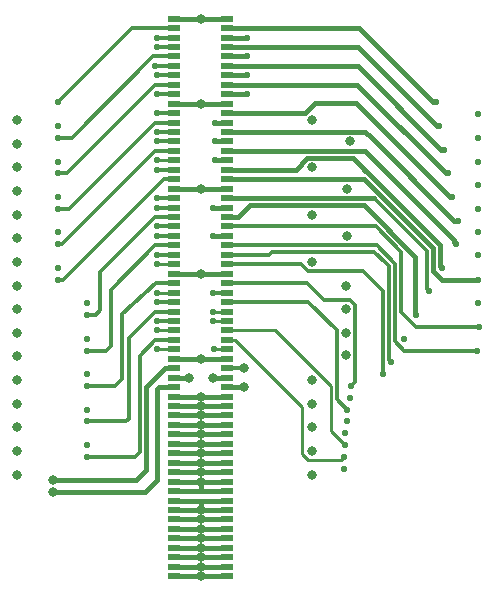
<source format=gbr>
%TF.GenerationSoftware,KiCad,Pcbnew,(5.1.9-0-10_14)*%
%TF.CreationDate,2021-04-19T13:57:32-04:00*%
%TF.ProjectId,backplane-prototype,6261636b-706c-4616-9e65-2d70726f746f,rev?*%
%TF.SameCoordinates,Original*%
%TF.FileFunction,Copper,L4,Bot*%
%TF.FilePolarity,Positive*%
%FSLAX46Y46*%
G04 Gerber Fmt 4.6, Leading zero omitted, Abs format (unit mm)*
G04 Created by KiCad (PCBNEW (5.1.9-0-10_14)) date 2021-04-19 13:57:32*
%MOMM*%
%LPD*%
G01*
G04 APERTURE LIST*
%TA.AperFunction,SMDPad,CuDef*%
%ADD10R,1.100000X0.500000*%
%TD*%
%TA.AperFunction,ViaPad*%
%ADD11C,0.800000*%
%TD*%
%TA.AperFunction,ViaPad*%
%ADD12C,0.558800*%
%TD*%
%TA.AperFunction,Conductor*%
%ADD13C,0.431800*%
%TD*%
%TA.AperFunction,Conductor*%
%ADD14C,0.381000*%
%TD*%
%TA.AperFunction,Conductor*%
%ADD15C,0.279400*%
%TD*%
%TA.AperFunction,Conductor*%
%ADD16C,0.330200*%
%TD*%
G04 APERTURE END LIST*
D10*
%TO.P,J2,1*%
%TO.N,GND*%
X151750000Y-82400000D03*
%TO.P,J2,2*%
X147250000Y-82400000D03*
%TO.P,J2,3*%
%TO.N,/BCH0*%
X151750000Y-83200000D03*
%TO.P,J2,4*%
%TO.N,/CH0*%
X147250000Y-83200000D03*
%TO.P,J2,5*%
%TO.N,/BCH1*%
X151750000Y-84000000D03*
%TO.P,J2,6*%
%TO.N,/CH1*%
X147250000Y-84000000D03*
%TO.P,J2,7*%
%TO.N,/BCH2*%
X151750000Y-84800000D03*
%TO.P,J2,8*%
%TO.N,/CH2*%
X147250000Y-84800000D03*
%TO.P,J2,9*%
%TO.N,/BCH3*%
X151750000Y-85600000D03*
%TO.P,J2,10*%
%TO.N,/CH3*%
X147250000Y-85600000D03*
%TO.P,J2,11*%
%TO.N,/BCH4*%
X151750000Y-86400000D03*
%TO.P,J2,12*%
%TO.N,/CH4*%
X147250000Y-86400000D03*
%TO.P,J2,13*%
%TO.N,/BCH5*%
X151750000Y-87200000D03*
%TO.P,J2,14*%
%TO.N,/CH5*%
X147250000Y-87200000D03*
%TO.P,J2,15*%
%TO.N,/BCH6*%
X151750000Y-88000000D03*
%TO.P,J2,16*%
%TO.N,/CH6*%
X147250000Y-88000000D03*
%TO.P,J2,17*%
%TO.N,/BCH7*%
X151750000Y-88800000D03*
%TO.P,J2,18*%
%TO.N,/CH7*%
X147250000Y-88800000D03*
%TO.P,J2,19*%
%TO.N,GND*%
X151750000Y-89600000D03*
%TO.P,J2,20*%
X147250000Y-89600000D03*
%TO.P,J2,21*%
%TO.N,/BCH8*%
X151750000Y-90400000D03*
%TO.P,J2,22*%
%TO.N,/CH8*%
X147250000Y-90400000D03*
%TO.P,J2,23*%
%TO.N,/BCH9*%
X151750000Y-91200000D03*
%TO.P,J2,24*%
%TO.N,/CH9*%
X147250000Y-91200000D03*
%TO.P,J2,25*%
%TO.N,/BCH10*%
X151750000Y-92000000D03*
%TO.P,J2,26*%
%TO.N,/CH10*%
X147250000Y-92000000D03*
%TO.P,J2,27*%
%TO.N,/BCH11*%
X151750000Y-92800000D03*
%TO.P,J2,28*%
%TO.N,/CH11*%
X147250000Y-92800000D03*
%TO.P,J2,29*%
%TO.N,/BCH12*%
X151750000Y-93600000D03*
%TO.P,J2,30*%
%TO.N,/CH12*%
X147250000Y-93600000D03*
%TO.P,J2,31*%
%TO.N,/BCH13*%
X151750000Y-94400000D03*
%TO.P,J2,32*%
%TO.N,/CH13*%
X147250000Y-94400000D03*
%TO.P,J2,33*%
%TO.N,/BCH14*%
X151750000Y-95200000D03*
%TO.P,J2,34*%
%TO.N,/CH14*%
X147250000Y-95200000D03*
%TO.P,J2,35*%
%TO.N,/BCH15*%
X151750000Y-96000000D03*
%TO.P,J2,36*%
%TO.N,/CH15*%
X147250000Y-96000000D03*
%TO.P,J2,37*%
%TO.N,GND*%
X151750000Y-96800000D03*
%TO.P,J2,38*%
X147250000Y-96800000D03*
%TO.P,J2,39*%
%TO.N,/BCH16*%
X151750000Y-97600000D03*
%TO.P,J2,40*%
%TO.N,/CH16*%
X147250000Y-97600000D03*
%TO.P,J2,41*%
%TO.N,/BCH17*%
X151750000Y-98400000D03*
%TO.P,J2,42*%
%TO.N,/CH17*%
X147250000Y-98400000D03*
%TO.P,J2,43*%
%TO.N,/BCH18*%
X151750000Y-99200000D03*
%TO.P,J2,44*%
%TO.N,/CH18*%
X147250000Y-99200000D03*
%TO.P,J2,45*%
%TO.N,/BCH19*%
X151750000Y-100000000D03*
%TO.P,J2,46*%
%TO.N,/CH19*%
X147250000Y-100000000D03*
%TO.P,J2,47*%
%TO.N,/BCH20*%
X151750000Y-100800000D03*
%TO.P,J2,48*%
%TO.N,/CH20*%
X147250000Y-100800000D03*
%TO.P,J2,49*%
%TO.N,/BCH21*%
X151750000Y-101600000D03*
%TO.P,J2,50*%
%TO.N,/CH21*%
X147250000Y-101600000D03*
%TO.P,J2,51*%
%TO.N,/BCH22*%
X151750000Y-102400000D03*
%TO.P,J2,52*%
%TO.N,/CH22*%
X147250000Y-102400000D03*
%TO.P,J2,53*%
%TO.N,/BCH23*%
X151750000Y-103200000D03*
%TO.P,J2,54*%
%TO.N,/CH23*%
X147250000Y-103200000D03*
%TO.P,J2,55*%
%TO.N,GND*%
X151750000Y-104000000D03*
%TO.P,J2,56*%
X147250000Y-104000000D03*
%TO.P,J2,57*%
%TO.N,/BCH24*%
X151750000Y-104800000D03*
%TO.P,J2,58*%
%TO.N,/CH24*%
X147250000Y-104800000D03*
%TO.P,J2,59*%
%TO.N,/BCH25*%
X151750000Y-105600000D03*
%TO.P,J2,60*%
%TO.N,/CH25*%
X147250000Y-105600000D03*
%TO.P,J2,61*%
%TO.N,/BCH26*%
X151750000Y-106400000D03*
%TO.P,J2,62*%
%TO.N,/CH26*%
X147250000Y-106400000D03*
%TO.P,J2,63*%
%TO.N,/BCH27*%
X151750000Y-107200000D03*
%TO.P,J2,64*%
%TO.N,/CH27*%
X147250000Y-107200000D03*
%TO.P,J2,65*%
%TO.N,/BCH28*%
X151750000Y-108000000D03*
%TO.P,J2,66*%
%TO.N,/CH28*%
X147250000Y-108000000D03*
%TO.P,J2,67*%
%TO.N,/BCH29*%
X151750000Y-108800000D03*
%TO.P,J2,68*%
%TO.N,/CH29*%
X147250000Y-108800000D03*
%TO.P,J2,69*%
%TO.N,/BCH30*%
X151750000Y-109600000D03*
%TO.P,J2,70*%
%TO.N,/CH30*%
X147250000Y-109600000D03*
%TO.P,J2,71*%
%TO.N,/BCH31*%
X151750000Y-110400000D03*
%TO.P,J2,72*%
%TO.N,/CH31*%
X147250000Y-110400000D03*
%TO.P,J2,73*%
%TO.N,GND*%
X151750000Y-111200000D03*
%TO.P,J2,74*%
X147250000Y-111200000D03*
%TO.P,J2,75*%
%TO.N,/BIAS3*%
X151750000Y-112000000D03*
%TO.P,J2,76*%
%TO.N,/BIAS1*%
X147250000Y-112000000D03*
%TO.P,J2,77*%
%TO.N,/OUT*%
X151750000Y-112800000D03*
%TO.P,J2,78*%
%TO.N,/VDD*%
X147250000Y-112800000D03*
%TO.P,J2,79*%
%TO.N,/BIAS4*%
X151750000Y-113600000D03*
%TO.P,J2,80*%
%TO.N,/BIAS2*%
X147250000Y-113600000D03*
%TO.P,J2,81*%
%TO.N,GND*%
X151750000Y-114400000D03*
%TO.P,J2,82*%
X147250000Y-114400000D03*
%TO.P,J2,83*%
X151750000Y-115200000D03*
%TO.P,J2,84*%
X147250000Y-115200000D03*
%TO.P,J2,85*%
X151750000Y-116000000D03*
%TO.P,J2,86*%
X147250000Y-116000000D03*
%TO.P,J2,87*%
X151750000Y-116800000D03*
%TO.P,J2,88*%
X147250000Y-116800000D03*
%TO.P,J2,89*%
X151750000Y-117600000D03*
%TO.P,J2,90*%
X147250000Y-117600000D03*
%TO.P,J2,91*%
X151750000Y-118400000D03*
%TO.P,J2,92*%
X147250000Y-118400000D03*
%TO.P,J2,93*%
X151750000Y-119200000D03*
%TO.P,J2,94*%
X147250000Y-119200000D03*
%TO.P,J2,95*%
X151750000Y-120000000D03*
%TO.P,J2,96*%
X147250000Y-120000000D03*
%TO.P,J2,97*%
X151750000Y-120800000D03*
%TO.P,J2,98*%
X147250000Y-120800000D03*
%TO.P,J2,99*%
X151750000Y-121600000D03*
%TO.P,J2,100*%
X147250000Y-121600000D03*
%TO.P,J2,101*%
X151750000Y-122400000D03*
%TO.P,J2,102*%
X147250000Y-122400000D03*
%TO.P,J2,103*%
X151750000Y-123200000D03*
%TO.P,J2,104*%
X147250000Y-123200000D03*
%TO.P,J2,105*%
X151750000Y-124000000D03*
%TO.P,J2,106*%
X147250000Y-124000000D03*
%TO.P,J2,107*%
X151750000Y-124800000D03*
%TO.P,J2,108*%
X147250000Y-124800000D03*
%TO.P,J2,109*%
X151750000Y-125600000D03*
%TO.P,J2,110*%
X147250000Y-125600000D03*
%TO.P,J2,111*%
X151750000Y-126400000D03*
%TO.P,J2,112*%
X147250000Y-126400000D03*
%TO.P,J2,113*%
X151750000Y-127200000D03*
%TO.P,J2,114*%
X147250000Y-127200000D03*
%TO.P,J2,115*%
X151750000Y-128000000D03*
%TO.P,J2,116*%
X147250000Y-128000000D03*
%TO.P,J2,117*%
X151750000Y-128800000D03*
%TO.P,J2,118*%
X147250000Y-128800000D03*
%TO.P,J2,119*%
X151750000Y-129600000D03*
%TO.P,J2,120*%
X147250000Y-129600000D03*
%TD*%
D11*
%TO.N,/BIAS2*%
X137000000Y-122500000D03*
%TO.N,/OUT*%
X150500000Y-112800000D03*
%TO.N,GND*%
X149500000Y-82400000D03*
X149500000Y-89600000D03*
X149500000Y-96800000D03*
X149500000Y-104000000D03*
X149500000Y-111200000D03*
X149500000Y-114400000D03*
X149500000Y-115200000D03*
X149500000Y-116000000D03*
X149500000Y-116800000D03*
X149500000Y-117600000D03*
X149500000Y-118400000D03*
X149500000Y-119200000D03*
X149500000Y-120000000D03*
X149500000Y-126400000D03*
X149500000Y-124800000D03*
X149500000Y-125600000D03*
X149500000Y-124000000D03*
X149500000Y-120800000D03*
X149500000Y-121600000D03*
X149500000Y-128000000D03*
X149500000Y-129600000D03*
X149500000Y-127200000D03*
X149500000Y-128800000D03*
X158900000Y-91000000D03*
X158900000Y-95000000D03*
X158900000Y-99000000D03*
X158900000Y-103000000D03*
X158900000Y-119000000D03*
X158900000Y-121000000D03*
X133900000Y-121000000D03*
X133900000Y-119000000D03*
X133900000Y-117000000D03*
X133900000Y-115000000D03*
X133900000Y-113000000D03*
X133900000Y-111000000D03*
X133900000Y-109000000D03*
X133900000Y-107000000D03*
X133900000Y-105000000D03*
X133900000Y-103000000D03*
X133900000Y-101000000D03*
X133900000Y-99000000D03*
X133900000Y-97000000D03*
X133900000Y-95000000D03*
X133900000Y-93000000D03*
X133900000Y-91000000D03*
X162100000Y-92800000D03*
X161900000Y-96800000D03*
X161900000Y-100800000D03*
X161800000Y-107000000D03*
X161800000Y-109000000D03*
X158900000Y-113000000D03*
X158900000Y-115000000D03*
X158900000Y-117000000D03*
X161800000Y-110900000D03*
X161800000Y-105000000D03*
%TO.N,/VDD*%
X148500000Y-112800000D03*
D12*
%TO.N,/CH31*%
X145800000Y-110400000D03*
%TO.N,/CH30*%
X139900000Y-119500000D03*
%TO.N,/CH29*%
X145800000Y-108800000D03*
X139900000Y-118500000D03*
%TO.N,/CH28*%
X145800000Y-108000000D03*
%TO.N,/CH27*%
X139900000Y-116500000D03*
%TO.N,/CH26*%
X139900000Y-115500000D03*
X145800000Y-106400000D03*
%TO.N,/CH25*%
X145800000Y-105600000D03*
%TO.N,/CH24*%
X139900000Y-113500000D03*
%TO.N,/CH23*%
X145800000Y-103200000D03*
X139900000Y-112500000D03*
%TO.N,/CH22*%
X145800000Y-102400000D03*
%TO.N,/CH21*%
X139900000Y-110500000D03*
%TO.N,/CH20*%
X139900000Y-109500000D03*
X145800000Y-100800000D03*
%TO.N,/CH19*%
X145800000Y-100000000D03*
%TO.N,/CH18*%
X139900000Y-107500000D03*
%TO.N,/CH17*%
X145800000Y-98400000D03*
X139900000Y-106500000D03*
%TO.N,/CH16*%
X145800000Y-97600000D03*
%TO.N,/CH15*%
X137400000Y-104500000D03*
%TO.N,/CH14*%
X145800000Y-95200000D03*
X137400000Y-103500000D03*
%TO.N,/CH13*%
X145800000Y-94400000D03*
%TO.N,/CH12*%
X137400000Y-101500000D03*
%TO.N,/CH11*%
X145800000Y-92800000D03*
X137400000Y-100500000D03*
%TO.N,/CH10*%
X145800000Y-92000000D03*
%TO.N,/CH9*%
X137400000Y-98500000D03*
%TO.N,/CH8*%
X145800000Y-90400000D03*
X137400000Y-97500000D03*
%TO.N,/CH7*%
X145800000Y-88800000D03*
%TO.N,/CH6*%
X137400000Y-95500000D03*
%TO.N,/CH5*%
X145800000Y-87200000D03*
X137400000Y-94500000D03*
%TO.N,/CH4*%
X145646138Y-86400000D03*
%TO.N,/CH3*%
X137400000Y-92500000D03*
%TO.N,/CH2*%
X145800000Y-84800000D03*
X137400000Y-91500000D03*
%TO.N,/CH1*%
X145800000Y-84000000D03*
D11*
%TO.N,/BIAS1*%
X137000000Y-121500000D03*
D12*
%TO.N,/CH0*%
X137400000Y-89500000D03*
%TO.N,/BCH0*%
X169400000Y-89500000D03*
%TO.N,/BCH1*%
X173000000Y-90500000D03*
X153400000Y-84000000D03*
%TO.N,/BCH2*%
X169700000Y-91500000D03*
%TO.N,/BCH3*%
X173000000Y-92500000D03*
X153400000Y-85600000D03*
%TO.N,/BCH4*%
X170100000Y-93500000D03*
%TO.N,/BCH5*%
X173000000Y-94500000D03*
X153400000Y-87200000D03*
%TO.N,/BCH6*%
X170400000Y-95500000D03*
%TO.N,/BCH7*%
X173000000Y-96500000D03*
X153400000Y-88800000D03*
%TO.N,/BCH8*%
X170800000Y-97500000D03*
%TO.N,/BCH9*%
X150700000Y-91200000D03*
X173000000Y-98500000D03*
%TO.N,/BCH10*%
X171271461Y-99528539D03*
%TO.N,/BCH11*%
X150700000Y-92800000D03*
X173000000Y-100500000D03*
%TO.N,/BCH12*%
X171100000Y-101500000D03*
%TO.N,/BCH13*%
X150700000Y-94400000D03*
X173000000Y-102400000D03*
%TO.N,/BCH14*%
X169900000Y-103500000D03*
%TO.N,/BCH15*%
X173000000Y-104500000D03*
%TO.N,/BCH16*%
X168800000Y-105500000D03*
%TO.N,/BCH17*%
X173000000Y-106500000D03*
X150500000Y-98400000D03*
%TO.N,/BCH18*%
X167700000Y-107500000D03*
%TO.N,/BCH19*%
X173100000Y-108500000D03*
%TO.N,/BCH20*%
X166700000Y-109500000D03*
X150500000Y-100800000D03*
%TO.N,/BCH21*%
X172900000Y-110500000D03*
%TO.N,/BCH22*%
X165600000Y-111500000D03*
%TO.N,/BCH23*%
X164900000Y-112500000D03*
%TO.N,/BCH24*%
X162200000Y-113500000D03*
%TO.N,/BCH25*%
X162100000Y-114500000D03*
X150500000Y-105600000D03*
%TO.N,/BCH26*%
X161900000Y-115500000D03*
%TO.N,/BCH27*%
X161900000Y-116500000D03*
X150500000Y-107200000D03*
%TO.N,/BCH28*%
X161700000Y-117500000D03*
X150500000Y-108000000D03*
%TO.N,/BCH29*%
X161700000Y-118500000D03*
%TO.N,/BCH30*%
X161600000Y-119500000D03*
%TO.N,/BCH31*%
X161600000Y-120500000D03*
X150600000Y-110400000D03*
D11*
%TO.N,/BIAS3*%
X153200000Y-112000000D03*
%TO.N,/BIAS4*%
X153200000Y-113600000D03*
%TD*%
D13*
%TO.N,/BIAS2*%
X146000000Y-113600000D02*
X147250000Y-113600000D01*
X145800000Y-113800000D02*
X146000000Y-113600000D01*
X145800000Y-121500000D02*
X145800000Y-113800000D01*
X144800000Y-122500000D02*
X145800000Y-121500000D01*
X137000000Y-122500000D02*
X144800000Y-122500000D01*
D14*
%TO.N,/OUT*%
X151750000Y-112800000D02*
X150500000Y-112800000D01*
D13*
%TO.N,GND*%
X147250000Y-82400000D02*
X149500000Y-82400000D01*
X149500000Y-82400000D02*
X151750000Y-82400000D01*
X147250000Y-89600000D02*
X149500000Y-89600000D01*
X149500000Y-89600000D02*
X151750000Y-89600000D01*
X149500000Y-96800000D02*
X151750000Y-96800000D01*
X147250000Y-96800000D02*
X149500000Y-96800000D01*
X147250000Y-104000000D02*
X149500000Y-104000000D01*
X149500000Y-104000000D02*
X151750000Y-104000000D01*
X147250000Y-111200000D02*
X149500000Y-111200000D01*
X149500000Y-111200000D02*
X151750000Y-111200000D01*
X147250000Y-114400000D02*
X149500000Y-114400000D01*
X149500000Y-114400000D02*
X151750000Y-114400000D01*
X147250000Y-115200000D02*
X149500000Y-115200000D01*
X149500000Y-115200000D02*
X151750000Y-115200000D01*
X147250000Y-116000000D02*
X149500000Y-116000000D01*
X147250000Y-116800000D02*
X149500000Y-116800000D01*
X149500000Y-116000000D02*
X151750000Y-116000000D01*
X149500000Y-116800000D02*
X151750000Y-116800000D01*
X147250000Y-117600000D02*
X149500000Y-117600000D01*
X147250000Y-118400000D02*
X149500000Y-118400000D01*
X149500000Y-117600000D02*
X151750000Y-117600000D01*
X149500000Y-118400000D02*
X151750000Y-118400000D01*
X149500000Y-120000000D02*
X151750000Y-120000000D01*
X147250000Y-119200000D02*
X149500000Y-119200000D01*
X149500000Y-119200000D02*
X151750000Y-119200000D01*
X147250000Y-120000000D02*
X149500000Y-120000000D01*
X147250000Y-125600000D02*
X149500000Y-125600000D01*
X149500000Y-125600000D02*
X151750000Y-125600000D01*
X147250000Y-126400000D02*
X149500000Y-126400000D01*
X149500000Y-124000000D02*
X151750000Y-124000000D01*
X149500000Y-126400000D02*
X151750000Y-126400000D01*
X149500000Y-124800000D02*
X151750000Y-124800000D01*
X147250000Y-124800000D02*
X149500000Y-124800000D01*
X147250000Y-124000000D02*
X149500000Y-124000000D01*
X147250000Y-120800000D02*
X149500000Y-120800000D01*
X147250000Y-121600000D02*
X149500000Y-121600000D01*
X149500000Y-120800000D02*
X151750000Y-120800000D01*
X149500000Y-121600000D02*
X151750000Y-121600000D01*
X149500000Y-123200000D02*
X151750000Y-123200000D01*
X147250000Y-122400000D02*
X149500000Y-122400000D01*
X149500000Y-122400000D02*
X151750000Y-122400000D01*
X147250000Y-123200000D02*
X149500000Y-123200000D01*
X147250000Y-129600000D02*
X149500000Y-129600000D01*
X149500000Y-127200000D02*
X151750000Y-127200000D01*
X147250000Y-128800000D02*
X149500000Y-128800000D01*
X149500000Y-128800000D02*
X151750000Y-128800000D01*
X147250000Y-128000000D02*
X149500000Y-128000000D01*
X147250000Y-127200000D02*
X149500000Y-127200000D01*
X149500000Y-129600000D02*
X151750000Y-129600000D01*
X149500000Y-128000000D02*
X151750000Y-128000000D01*
X149500000Y-122400000D02*
X149500000Y-121600000D01*
X149500000Y-123200000D02*
X149500000Y-124000000D01*
D14*
%TO.N,/VDD*%
X147250000Y-112800000D02*
X148500000Y-112800000D01*
D15*
%TO.N,/CH31*%
X147250000Y-110400000D02*
X145800000Y-110400000D01*
X145800000Y-110400000D02*
X145800000Y-110400000D01*
D16*
%TO.N,/CH30*%
X145646138Y-109600000D02*
X144318990Y-110927148D01*
X147250000Y-109600000D02*
X145646138Y-109600000D01*
X144318990Y-110927148D02*
X144318990Y-119081010D01*
X143900000Y-119500000D02*
X139900000Y-119500000D01*
X144318990Y-119081010D02*
X143900000Y-119500000D01*
D15*
%TO.N,/CH29*%
X147250000Y-108800000D02*
X145800000Y-108800000D01*
X145800000Y-108800000D02*
X145800000Y-108800000D01*
D16*
%TO.N,/CH28*%
X147250000Y-108000000D02*
X145800000Y-108000000D01*
%TO.N,/CH27*%
X145646138Y-107200000D02*
X143400000Y-109446138D01*
X147250000Y-107200000D02*
X145646138Y-107200000D01*
X143400000Y-109446138D02*
X143400000Y-116300000D01*
X143400000Y-116300000D02*
X143200000Y-116500000D01*
X143200000Y-116500000D02*
X139900000Y-116500000D01*
X139900000Y-116500000D02*
X139900000Y-116500000D01*
%TO.N,/CH26*%
X147250000Y-106400000D02*
X145800000Y-106400000D01*
X145800000Y-106400000D02*
X145800000Y-106400000D01*
D15*
%TO.N,/CH25*%
X147250000Y-105600000D02*
X145800000Y-105600000D01*
X145800000Y-105600000D02*
X145800000Y-105600000D01*
D16*
%TO.N,/CH24*%
X145700000Y-104800000D02*
X142800000Y-107400000D01*
X147250000Y-104800000D02*
X145700000Y-104800000D01*
X142200000Y-113500000D02*
X142800000Y-112900000D01*
X142100000Y-113500000D02*
X139900000Y-113500000D01*
X142100000Y-113500000D02*
X142200000Y-113500000D01*
X142800000Y-107400000D02*
X142800000Y-112900000D01*
D15*
%TO.N,/CH23*%
X147250000Y-103200000D02*
X145800000Y-103200000D01*
X145800000Y-103200000D02*
X145800000Y-103200000D01*
D16*
%TO.N,/CH22*%
X147250000Y-102400000D02*
X145800000Y-102400000D01*
X145800000Y-102400000D02*
X145800000Y-102400000D01*
%TO.N,/CH21*%
X145646138Y-101600000D02*
X147250000Y-101600000D01*
X141897627Y-110097627D02*
X141869790Y-105376348D01*
X141869790Y-105376348D02*
X145646138Y-101600000D01*
X141495254Y-110500000D02*
X141897627Y-110097627D01*
X139900000Y-110500000D02*
X141495254Y-110500000D01*
%TO.N,/CH20*%
X145900000Y-100800000D02*
X145900000Y-100800000D01*
X147250000Y-100800000D02*
X145800000Y-100800000D01*
%TO.N,/CH19*%
X147250000Y-100000000D02*
X145800000Y-100000000D01*
X145800000Y-100000000D02*
X145800000Y-100000000D01*
%TO.N,/CH18*%
X145646138Y-99200000D02*
X147250000Y-99200000D01*
X141000000Y-103842857D02*
X145646138Y-99200000D01*
X140600000Y-107500000D02*
X141000000Y-107100000D01*
X141000000Y-107100000D02*
X141000000Y-103842857D01*
X139900000Y-107500000D02*
X140600000Y-107500000D01*
%TO.N,/CH17*%
X147250000Y-98400000D02*
X145800000Y-98400000D01*
X145800000Y-98400000D02*
X145800000Y-98400000D01*
%TO.N,/CH16*%
X147250000Y-97600000D02*
X145800000Y-97600000D01*
%TO.N,/CH15*%
X146353862Y-96000000D02*
X147250000Y-96000000D01*
X137853862Y-104500000D02*
X146353862Y-96000000D01*
X137400000Y-104500000D02*
X137853862Y-104500000D01*
%TO.N,/CH14*%
X147250000Y-95200000D02*
X145800000Y-95200000D01*
D15*
%TO.N,/CH13*%
X147250000Y-94400000D02*
X145800000Y-94400000D01*
X145800000Y-94400000D02*
X145800000Y-94400000D01*
D16*
%TO.N,/CH12*%
X145646138Y-93600000D02*
X137746138Y-101500000D01*
X147250000Y-93600000D02*
X145646138Y-93600000D01*
X137746138Y-101500000D02*
X137400000Y-101500000D01*
X137400000Y-101500000D02*
X137400000Y-101500000D01*
%TO.N,/CH11*%
X147250000Y-92800000D02*
X145800000Y-92800000D01*
X145800000Y-92800000D02*
X145800000Y-92800000D01*
%TO.N,/CH10*%
X147250000Y-92000000D02*
X145800000Y-92000000D01*
%TO.N,/CH9*%
X145646138Y-91200000D02*
X138346138Y-98500000D01*
X147250000Y-91200000D02*
X145646138Y-91200000D01*
X138346138Y-98500000D02*
X137400000Y-98500000D01*
X137400000Y-98500000D02*
X137400000Y-98500000D01*
%TO.N,/CH8*%
X147250000Y-90400000D02*
X145800000Y-90400000D01*
X145800000Y-90400000D02*
X145800000Y-90400000D01*
%TO.N,/CH7*%
X147250000Y-88800000D02*
X145800000Y-88800000D01*
X145800000Y-88800000D02*
X145800000Y-88800000D01*
%TO.N,/CH6*%
X145646138Y-88000000D02*
X138146138Y-95500000D01*
X147250000Y-88000000D02*
X145646138Y-88000000D01*
X138146138Y-95500000D02*
X137400000Y-95500000D01*
X137400000Y-95500000D02*
X137400000Y-95500000D01*
%TO.N,/CH5*%
X147250000Y-87200000D02*
X145800000Y-87200000D01*
X145800000Y-87200000D02*
X145800000Y-87200000D01*
%TO.N,/CH4*%
X147250000Y-86400000D02*
X145646138Y-86400000D01*
%TO.N,/CH3*%
X145492276Y-85600000D02*
X138592276Y-92500000D01*
X147250000Y-85600000D02*
X145492276Y-85600000D01*
X138592276Y-92500000D02*
X137400000Y-92500000D01*
X137400000Y-92500000D02*
X137400000Y-92500000D01*
%TO.N,/CH2*%
X147250000Y-84800000D02*
X145800000Y-84800000D01*
X145800000Y-84800000D02*
X145800000Y-84800000D01*
%TO.N,/CH1*%
X147250000Y-84000000D02*
X145800000Y-84000000D01*
D13*
%TO.N,/BIAS1*%
X146501378Y-112000000D02*
X144900000Y-113601378D01*
X147250000Y-112000000D02*
X146501378Y-112000000D01*
X144900000Y-113601378D02*
X144900000Y-120600000D01*
X144900000Y-120600000D02*
X144000000Y-121500000D01*
X144000000Y-121500000D02*
X137000000Y-121500000D01*
D16*
%TO.N,/CH0*%
X143700000Y-83200000D02*
X137400000Y-89500000D01*
X147250000Y-83200000D02*
X143700000Y-83200000D01*
D14*
%TO.N,/BCH0*%
X169400000Y-89500000D02*
X169400000Y-89500000D01*
X169200000Y-89500000D02*
X169400000Y-89500000D01*
X162900000Y-83200000D02*
X169200000Y-89500000D01*
X151750000Y-83200000D02*
X162900000Y-83200000D01*
%TO.N,/BCH1*%
X151750000Y-84000000D02*
X153400000Y-84000000D01*
X153400000Y-84000000D02*
X153400000Y-84000000D01*
%TO.N,/BCH2*%
X151750000Y-84800000D02*
X162816297Y-84800000D01*
X162816297Y-84800000D02*
X169516297Y-91500000D01*
X169516297Y-91500000D02*
X169700000Y-91500000D01*
X169700000Y-91500000D02*
X169700000Y-91500000D01*
%TO.N,/BCH3*%
X151750000Y-85600000D02*
X153400000Y-85600000D01*
X153400000Y-85600000D02*
X153400000Y-85600000D01*
%TO.N,/BCH4*%
X151750000Y-86400000D02*
X162772953Y-86400000D01*
X162772953Y-86400000D02*
X169872953Y-93500000D01*
X169872953Y-93500000D02*
X170100000Y-93500000D01*
X170100000Y-93500000D02*
X170100000Y-93500000D01*
%TO.N,/BCH5*%
X151750000Y-87200000D02*
X153400000Y-87200000D01*
%TO.N,/BCH6*%
X170400000Y-95500000D02*
X170400000Y-95500000D01*
X170229609Y-95500000D02*
X170400000Y-95500000D01*
X162729609Y-88000000D02*
X170229609Y-95500000D01*
X151750000Y-88000000D02*
X162729609Y-88000000D01*
%TO.N,/BCH7*%
X151750000Y-88800000D02*
X153400000Y-88800000D01*
%TO.N,/BCH8*%
X170800000Y-97500000D02*
X170586265Y-97500000D01*
X162605893Y-89519629D02*
X164993132Y-91906868D01*
X164993132Y-91906868D02*
X163486265Y-90400000D01*
X170586265Y-97500000D02*
X164993132Y-91906868D01*
X158330058Y-90400000D02*
X159210429Y-89519629D01*
X159210429Y-89519629D02*
X162605893Y-89519629D01*
X151750000Y-90400000D02*
X158330058Y-90400000D01*
%TO.N,/BCH9*%
X151750000Y-91200000D02*
X150700000Y-91200000D01*
X150700000Y-91200000D02*
X150700000Y-91200000D01*
%TO.N,/BCH10*%
X151750000Y-92000000D02*
X163442921Y-92000000D01*
X163442921Y-92000000D02*
X163880903Y-92437982D01*
X163880903Y-92437982D02*
X170971460Y-99528539D01*
X170971460Y-99528539D02*
X171271461Y-99528539D01*
X171271461Y-99528539D02*
X171271461Y-99528539D01*
%TO.N,/BCH11*%
X151750000Y-92800000D02*
X150700000Y-92800000D01*
X150700000Y-92800000D02*
X150700000Y-92800000D01*
%TO.N,/BCH12*%
X171100000Y-101500000D02*
X171100000Y-101500000D01*
X170919479Y-101319479D02*
X171100000Y-101500000D01*
X170919479Y-101119902D02*
X170919479Y-101319479D01*
X163399578Y-93600000D02*
X170919479Y-101119902D01*
X151750000Y-93600000D02*
X163399578Y-93600000D01*
%TO.N,/BCH13*%
X151750000Y-94400000D02*
X150700000Y-94400000D01*
X150700000Y-94400000D02*
X150700000Y-94400000D01*
%TO.N,/BCH14*%
X169757460Y-101601227D02*
X169757460Y-103357460D01*
X169757460Y-103357460D02*
X169900000Y-103500000D01*
X169900000Y-103500000D02*
X169900000Y-103500000D01*
X158520559Y-94209499D02*
X162365731Y-94209499D01*
X157530058Y-95200000D02*
X158520559Y-94209499D01*
X162365731Y-94209499D02*
X163628116Y-95471884D01*
X151750000Y-95200000D02*
X157530058Y-95200000D01*
X163628116Y-95471884D02*
X169757460Y-101601227D01*
X163356233Y-95200000D02*
X163628116Y-95471884D01*
%TO.N,/BCH15*%
X169176450Y-101841889D02*
X169176450Y-103767904D01*
X169176450Y-101841889D02*
X163334560Y-96000000D01*
X163334560Y-96000000D02*
X151750000Y-96000000D01*
X169908546Y-104500000D02*
X173000000Y-104500000D01*
X169176450Y-103767904D02*
X169908546Y-104500000D01*
D16*
%TO.N,/BCH16*%
X164148810Y-97600000D02*
X168620840Y-102072030D01*
X168620840Y-102072030D02*
X168620840Y-105320840D01*
X168620840Y-105320840D02*
X168800000Y-105500000D01*
X168800000Y-105500000D02*
X168800000Y-105500000D01*
D14*
X164112889Y-97600000D02*
X164130850Y-97617961D01*
X151750000Y-97600000D02*
X164112889Y-97600000D01*
%TO.N,/BCH17*%
X151750000Y-98400000D02*
X150500000Y-98400000D01*
X150500000Y-98400000D02*
X150500000Y-98400000D01*
D16*
%TO.N,/BCH18*%
X167700000Y-107500000D02*
X167700000Y-107500000D01*
D14*
X151750000Y-99200000D02*
X152681000Y-99200000D01*
X153671501Y-98209499D02*
X163294569Y-98209499D01*
X167630099Y-102545029D02*
X167630099Y-107430099D01*
X152681000Y-99200000D02*
X153671501Y-98209499D01*
X163294569Y-98209499D02*
X167630099Y-102545029D01*
X167630099Y-107430099D02*
X167700000Y-107500000D01*
D16*
%TO.N,/BCH19*%
X164299320Y-100000000D02*
X151750000Y-100000000D01*
X166490630Y-102191310D02*
X164299320Y-100000000D01*
X166490630Y-107244492D02*
X166490630Y-102191310D01*
X167746138Y-108500000D02*
X166490630Y-107244492D01*
X173100000Y-108500000D02*
X167746138Y-108500000D01*
%TO.N,/BCH20*%
X166700000Y-109500000D02*
X166700000Y-109500000D01*
D14*
X151750000Y-100800000D02*
X150500000Y-100800000D01*
X150500000Y-100800000D02*
X150500000Y-100800000D01*
D16*
%TO.N,/BCH21*%
X164399660Y-101600000D02*
X151750000Y-101600000D01*
X165960420Y-103160760D02*
X164399660Y-101600000D01*
X166746138Y-110500000D02*
X172900000Y-110500000D01*
X165960420Y-109714282D02*
X166746138Y-110500000D01*
X165960420Y-103160760D02*
X165960420Y-109714282D01*
%TO.N,/BCH22*%
X165430210Y-111200000D02*
X165430210Y-111330210D01*
X165430210Y-111330210D02*
X165600000Y-111500000D01*
X165600000Y-111500000D02*
X165600000Y-111500000D01*
X165430210Y-103380380D02*
X165430210Y-111200000D01*
X164284729Y-102234899D02*
X165074915Y-103025085D01*
X165074915Y-103025085D02*
X165430210Y-103380380D01*
X164449830Y-102400000D02*
X165074915Y-103025085D01*
X155259825Y-102400000D02*
X155529615Y-102130210D01*
X151750000Y-102400000D02*
X155259825Y-102400000D01*
X164180040Y-102130210D02*
X164284729Y-102234899D01*
X155529615Y-102130210D02*
X164180040Y-102130210D01*
%TO.N,/BCH23*%
X164900000Y-112500000D02*
X164900000Y-112500000D01*
X157967650Y-103200000D02*
X158567650Y-103800000D01*
X151750000Y-103200000D02*
X157967650Y-103200000D01*
X164900000Y-105500000D02*
X164900000Y-112500000D01*
X163200000Y-103800000D02*
X164900000Y-105500000D01*
X158567650Y-103800000D02*
X163200000Y-103800000D01*
D15*
%TO.N,/BCH24*%
X162200000Y-113500000D02*
X162200000Y-113500000D01*
D16*
X162565101Y-113134899D02*
X162200000Y-113500000D01*
X162565101Y-106632751D02*
X162565101Y-113134899D01*
X162167249Y-106234899D02*
X162565101Y-106632751D01*
X159902549Y-106234899D02*
X162167249Y-106234899D01*
X158467650Y-104800000D02*
X159902549Y-106234899D01*
X151750000Y-104800000D02*
X158467650Y-104800000D01*
%TO.N,/BCH25*%
X151750000Y-105600000D02*
X150500000Y-105600000D01*
X150500000Y-105600000D02*
X150500000Y-105600000D01*
%TO.N,/BCH26*%
X161004810Y-114604810D02*
X161900000Y-115500000D01*
X158600000Y-106400000D02*
X161004810Y-108804810D01*
X161004810Y-108804810D02*
X161004810Y-114604810D01*
X151750000Y-106400000D02*
X158600000Y-106400000D01*
D15*
%TO.N,/BCH27*%
X151750000Y-107200000D02*
X150500000Y-107200000D01*
X150500000Y-107200000D02*
X150500000Y-107200000D01*
%TO.N,/BCH28*%
X151750000Y-108000000D02*
X150500000Y-108000000D01*
%TO.N,/BCH29*%
X160500000Y-117300000D02*
X161700000Y-118500000D01*
X160500000Y-113505242D02*
X160500000Y-117300000D01*
X155794758Y-108800000D02*
X160500000Y-113505242D01*
X151750000Y-108800000D02*
X155794758Y-108800000D01*
%TO.N,/BCH30*%
X161600000Y-119500000D02*
X161600000Y-119500000D01*
X161360299Y-119739701D02*
X161600000Y-119500000D01*
X158544943Y-119739701D02*
X161360299Y-119739701D01*
X158100000Y-119294758D02*
X158544943Y-119739701D01*
X151750000Y-109600000D02*
X152405242Y-109600000D01*
X158100000Y-115294758D02*
X158100000Y-119294758D01*
X152405242Y-109600000D02*
X158100000Y-115294758D01*
%TO.N,/BCH31*%
X161600000Y-120500000D02*
X161600000Y-120500000D01*
X151750000Y-110400000D02*
X150600000Y-110400000D01*
X150600000Y-110400000D02*
X150600000Y-110400000D01*
D16*
%TO.N,/BIAS3*%
X151750000Y-112000000D02*
X153200000Y-112000000D01*
D13*
%TO.N,/BIAS4*%
X151750000Y-113600000D02*
X153200000Y-113600000D01*
%TD*%
M02*

</source>
